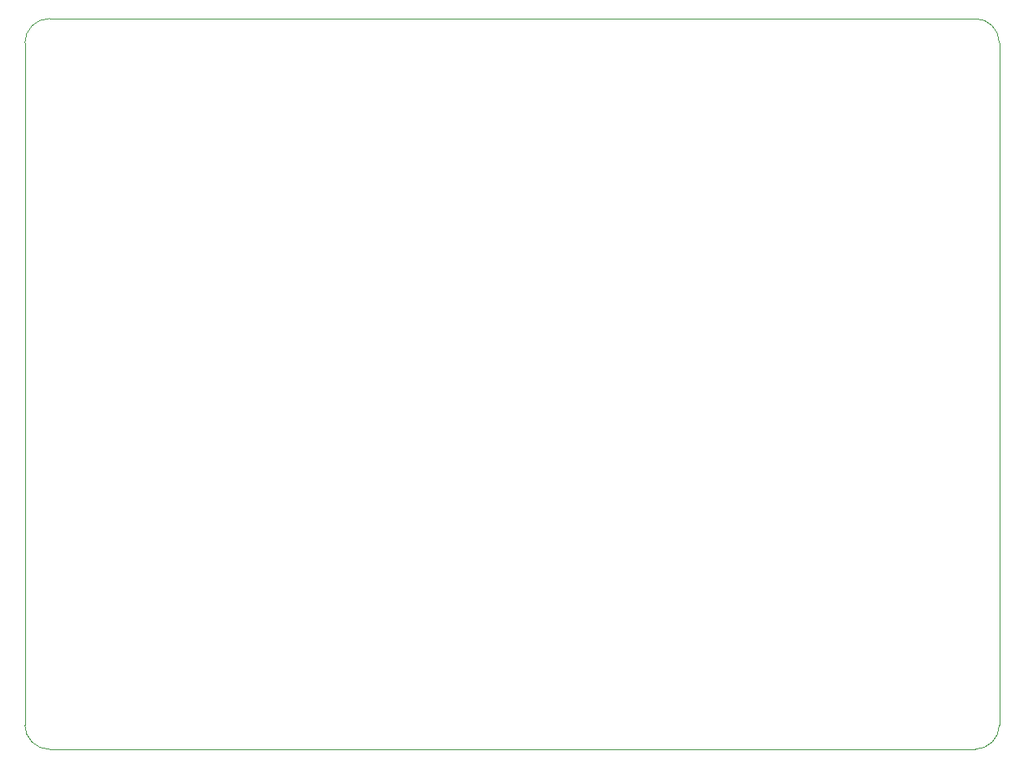
<source format=gm1>
G04 #@! TF.GenerationSoftware,KiCad,Pcbnew,7.0.5*
G04 #@! TF.CreationDate,2024-02-23T12:49:32-06:00*
G04 #@! TF.ProjectId,CoilFiringBoard_Hardware,436f696c-4669-4726-996e-67426f617264,rev?*
G04 #@! TF.SameCoordinates,Original*
G04 #@! TF.FileFunction,Profile,NP*
%FSLAX46Y46*%
G04 Gerber Fmt 4.6, Leading zero omitted, Abs format (unit mm)*
G04 Created by KiCad (PCBNEW 7.0.5) date 2024-02-23 12:49:32*
%MOMM*%
%LPD*%
G01*
G04 APERTURE LIST*
G04 #@! TA.AperFunction,Profile*
%ADD10C,0.100000*%
G04 #@! TD*
G04 APERTURE END LIST*
D10*
X63500000Y-112268000D02*
G75*
G03*
X66040000Y-114808000I2540000J0D01*
G01*
X63500000Y-112268000D02*
X63500000Y-41148000D01*
X66040000Y-38608000D02*
X162560000Y-38608000D01*
X165100000Y-41148000D02*
X165100000Y-112268000D01*
X162560000Y-114808000D02*
X66040000Y-114808000D01*
X165100000Y-41148000D02*
G75*
G03*
X162560000Y-38608000I-2540000J0D01*
G01*
X162560000Y-114808000D02*
G75*
G03*
X165100000Y-112268000I0J2540000D01*
G01*
X66040000Y-38608000D02*
G75*
G03*
X63500000Y-41148000I0J-2540000D01*
G01*
M02*

</source>
